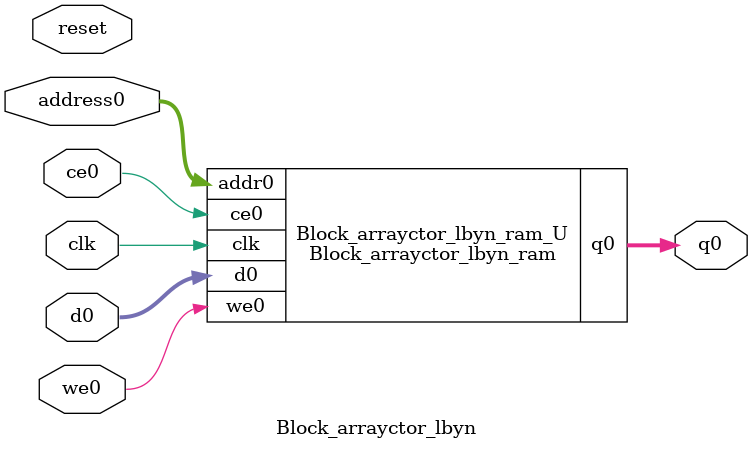
<source format=v>
`timescale 1 ns / 1 ps
module Block_arrayctor_lbyn_ram (addr0, ce0, d0, we0, q0,  clk);

parameter DWIDTH = 5;
parameter AWIDTH = 5;
parameter MEM_SIZE = 32;

input[AWIDTH-1:0] addr0;
input ce0;
input[DWIDTH-1:0] d0;
input we0;
output reg[DWIDTH-1:0] q0;
input clk;

(* ram_style = "distributed" *)reg [DWIDTH-1:0] ram[0:MEM_SIZE-1];




always @(posedge clk)  
begin 
    if (ce0) begin
        if (we0) 
            ram[addr0] <= d0; 
        q0 <= ram[addr0];
    end
end


endmodule

`timescale 1 ns / 1 ps
module Block_arrayctor_lbyn(
    reset,
    clk,
    address0,
    ce0,
    we0,
    d0,
    q0);

parameter DataWidth = 32'd5;
parameter AddressRange = 32'd32;
parameter AddressWidth = 32'd5;
input reset;
input clk;
input[AddressWidth - 1:0] address0;
input ce0;
input we0;
input[DataWidth - 1:0] d0;
output[DataWidth - 1:0] q0;



Block_arrayctor_lbyn_ram Block_arrayctor_lbyn_ram_U(
    .clk( clk ),
    .addr0( address0 ),
    .ce0( ce0 ),
    .we0( we0 ),
    .d0( d0 ),
    .q0( q0 ));

endmodule


</source>
